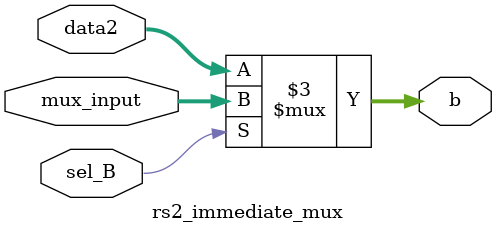
<source format=sv>
module rs2_immediate_mux (
    input logic [31:0] mux_input,
    input logic [31:0]data2,
    input logic sel_B,
    output logic[31:0] b
);
always_comb begin 
    if (sel_B) begin
        b=mux_input;
    end
    else begin
        b=data2;
    end   
end   
endmodule
</source>
